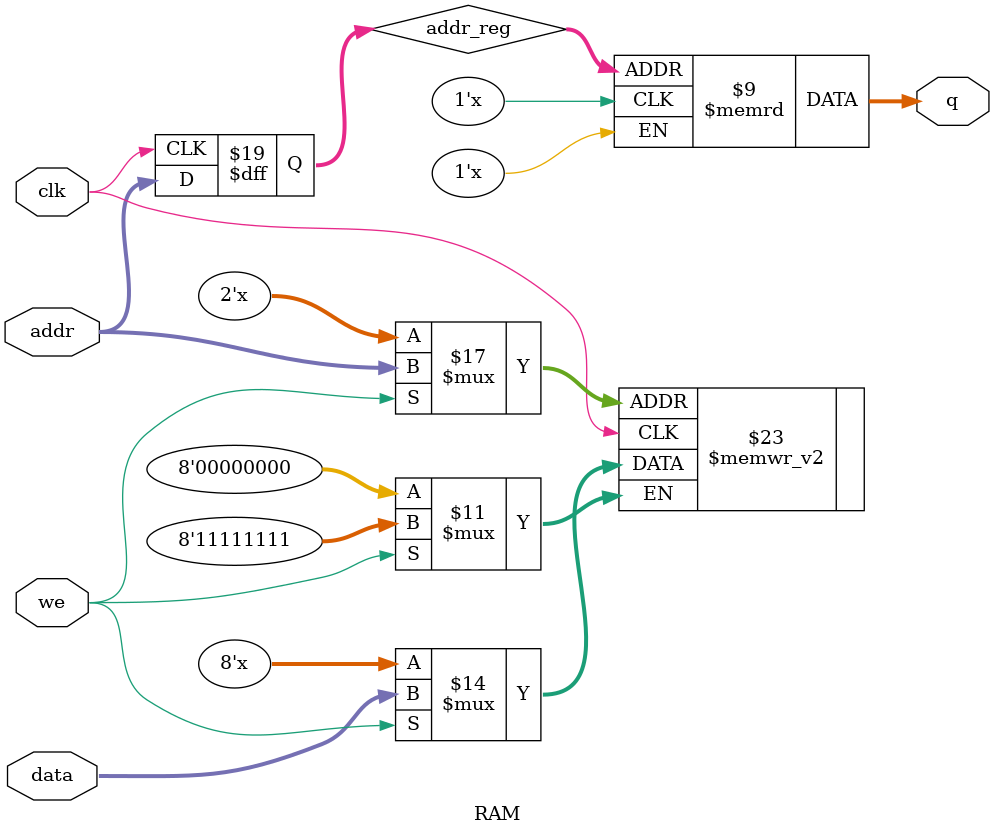
<source format=v>
`timescale 1ns/1ns

module RAM #(parameter DATA_WIDTH=8, parameter ADDR_WIDTH=2)(
    // Module ports
    input [(DATA_WIDTH-1):0] data,    // Data input for write operation
    input [(ADDR_WIDTH-1):0] addr,    // Address input for read and write operations
    input we,                        // Write enable input
    input clk,                       // Clock input for synchronous operation
    output reg [(DATA_WIDTH-1):0] q  // Data output for read operation
);

    // Declare the RAM variable
    reg [DATA_WIDTH-1:0] ram[2**ADDR_WIDTH-1:0];

    // Variable to hold the registered read address
    reg [ADDR_WIDTH-1:0] addr_reg;

    // Synchronous process for write and address registration
    always @ (posedge clk) begin
        if (we) // Write operation
            ram[addr] <= #1 data;  // Write data into RAM at specified address

        addr_reg <= #1 addr;  // Register the address on positive edge of clk
    end

    // Assign output q to data read from RAM based on addr_reg
    assign q = ram[addr_reg];

endmodule

</source>
